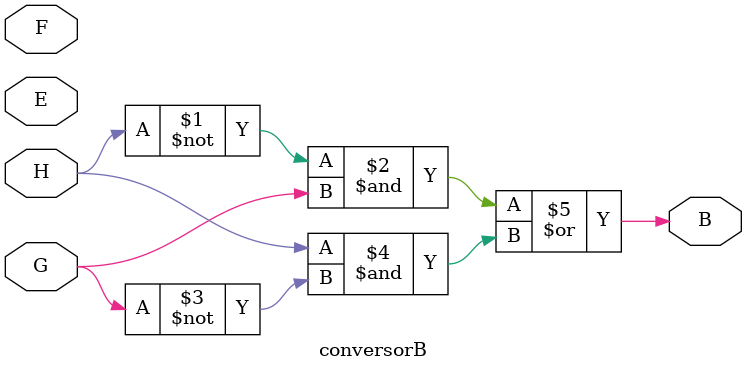
<source format=v>
module conversorB (
    input H,G,F,E,
    output B
);
    assign B = (~H & G) | (H & ~G);
endmodule
</source>
